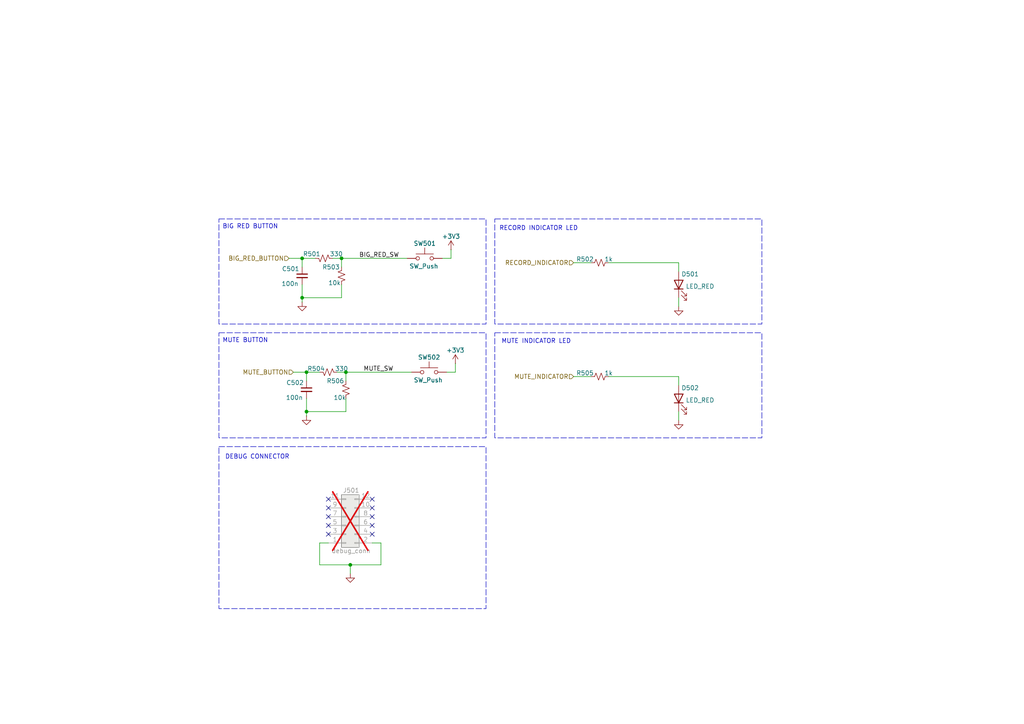
<source format=kicad_sch>
(kicad_sch (version 20231120) (generator "eeschema") (generator_version "8.0")
  (paper "A4")
  (lib_symbols
    (symbol "Connector_Generic:Conn_02x06_Odd_Even" (pin_names (offset 1.016) hide)
      (property "Reference" "J" (at 1.27 7.62 0))
      (property "Value" "Conn_02x06_Odd_Even" (at 1.27 -10.16 0))
      (symbol "Conn_02x06_Odd_Even_1_1"
        (rectangle (start -1.27 -7.493) (end 0 -7.747) (stroke (width 0.1524)))
        (rectangle (start -1.27 -4.953) (end 0 -5.207) (stroke (width 0.1524)))
        (rectangle (start -1.27 -2.413) (end 0 -2.667) (stroke (width 0.1524)))
        (rectangle (start -1.27 0.127) (end 0 -0.127) (stroke (width 0.1524)))
        (rectangle (start -1.27 2.667) (end 0 2.413) (stroke (width 0.1524)))
        (rectangle (start -1.27 5.207) (end 0 4.953) (stroke (width 0.1524)))
        (rectangle (start -1.27 6.35) (end 3.81 -8.89) (stroke (width 0.254)) (fill (type background)))
        (rectangle (start 3.81 -7.493) (end 2.54 -7.747) (stroke (width 0.1524)))
        (rectangle (start 3.81 -4.953) (end 2.54 -5.207) (stroke (width 0.1524)))
        (rectangle (start 3.81 -2.413) (end 2.54 -2.667) (stroke (width 0.1524)))
        (rectangle (start 3.81 0.127) (end 2.54 -0.127) (stroke (width 0.1524)))
        (rectangle (start 3.81 2.667) (end 2.54 2.413) (stroke (width 0.1524)))
        (rectangle (start 3.81 5.207) (end 2.54 4.953) (stroke (width 0.1524)))
        (pin passive line (at -5.08 5.08 0) (length 3.81) (name "Pin_1") (number "1"))
        (pin passive line (at 7.62 -5.08 180) (length 3.81) (name "Pin_10") (number "10"))
        (pin passive line (at -5.08 -7.62 0) (length 3.81) (name "Pin_11") (number "11"))
        (pin passive line (at 7.62 -7.62 180) (length 3.81) (name "Pin_12") (number "12"))
        (pin passive line (at 7.62 5.08 180) (length 3.81) (name "Pin_2") (number "2"))
        (pin passive line (at -5.08 2.54 0) (length 3.81) (name "Pin_3") (number "3"))
        (pin passive line (at 7.62 2.54 180) (length 3.81) (name "Pin_4") (number "4"))
        (pin passive line (at -5.08 0 0) (length 3.81) (name "Pin_5") (number "5"))
        (pin passive line (at 7.62 0 180) (length 3.81) (name "Pin_6") (number "6"))
        (pin passive line (at -5.08 -2.54 0) (length 3.81) (name "Pin_7") (number "7"))
        (pin passive line (at 7.62 -2.54 180) (length 3.81) (name "Pin_8") (number "8"))
        (pin passive line (at -5.08 -5.08 0) (length 3.81) (name "Pin_9") (number "9"))
      )
    )
    (symbol "Device:C_Small" (pin_numbers hide) (pin_names (offset 0.254) hide)
      (property "Reference" "C" (at 0.254 1.778 0))
      (property "Value" "C_Small" (at 0.254 -2.032 0))
      (symbol "C_Small_0_1"
        (polyline (pts (xy -1.524 -0.508) (xy 1.524 -0.508)) (stroke (width 0.3302)))
        (polyline (pts (xy -1.524 0.508) (xy 1.524 0.508)) (stroke (width 0.3048)))
      )
      (symbol "C_Small_1_1"
        (pin passive line (at 0 2.54 270) (length 2.032) (name "~") (number "1"))
        (pin passive line (at 0 -2.54 90) (length 2.032) (name "~") (number "2"))
      )
    )
    (symbol "Device:LED" (pin_numbers hide) (pin_names (offset 1.016) hide)
      (property "Reference" "D" (at 0 2.54 0))
      (property "Value" "LED" (at 0 -2.54 0))
      (symbol "LED_0_1"
        (polyline (pts (xy -1.27 -1.27) (xy -1.27 1.27)) (stroke (width 0.254)))
        (polyline (pts (xy -1.27 0) (xy 1.27 0)))
        (polyline (pts (xy 1.27 -1.27) (xy 1.27 1.27) (xy -1.27 0) (xy 1.27 -1.27)) (stroke (width 0.254)))
        (polyline (pts (xy -3.048 -0.762) (xy -4.572 -2.286) (xy -3.81 -2.286) (xy -4.572 -2.286) (xy -4.572 -1.524)))
        (polyline (pts (xy -1.778 -0.762) (xy -3.302 -2.286) (xy -2.54 -2.286) (xy -3.302 -2.286) (xy -3.302 -1.524)))
      )
      (symbol "LED_1_1"
        (pin passive line (at -3.81 0 0) (length 2.54) (name "K") (number "1"))
        (pin passive line (at 3.81 0 180) (length 2.54) (name "A") (number "2"))
      )
    )
    (symbol "Device:R_Small_US" (pin_numbers hide) (pin_names (offset 0.254) hide)
      (property "Reference" "R" (at 0.762 0.508 0))
      (property "Value" "R_Small_US" (at 0.762 -1.016 0))
      (symbol "R_Small_US_1_1"
        (polyline (pts (xy 0 0) (xy 1.016 -0.381) (xy 0 -0.762) (xy -1.016 -1.143) (xy 0 -1.524)))
        (polyline (pts (xy 0 1.524) (xy 1.016 1.143) (xy 0 0.762) (xy -1.016 0.381) (xy 0 0)))
        (pin passive line (at 0 2.54 270) (length 1.016) (name "~") (number "1"))
        (pin passive line (at 0 -2.54 90) (length 1.016) (name "~") (number "2"))
      )
    )
    (symbol "Switch:SW_Push" (pin_numbers hide) (pin_names (offset 1.016) hide)
      (property "Reference" "SW" (at 1.27 2.54 0))
      (property "Value" "SW_Push" (at 0 -1.524 0))
      (symbol "SW_Push_0_1"
        (circle (center -2.032 0) (radius 0.508))
        (polyline (pts (xy 0 1.27) (xy 0 3.048)))
        (polyline (pts (xy 2.54 1.27) (xy -2.54 1.27)))
        (circle (center 2.032 0) (radius 0.508))
        (pin passive line (at -5.08 0 0) (length 2.54) (name "1") (number "1"))
        (pin passive line (at 5.08 0 180) (length 2.54) (name "2") (number "2"))
      )
    )
    (symbol "power:+3V3" (power) (pin_numbers hide) (pin_names (offset 0) hide)
      (property "Value" "+3V3" (at 0 3.556 0))
      (symbol "+3V3_0_1"
        (polyline (pts (xy -0.762 1.27) (xy 0 2.54)))
        (polyline (pts (xy 0 0) (xy 0 2.54)))
        (polyline (pts (xy 0 2.54) (xy 0.762 1.27)))
      )
      (symbol "+3V3_1_1"
        (pin power_in line (at 0 0 90) (length 0) (name "~") (number "1"))
      )
    )
    (symbol "power:GND" (power) (pin_numbers hide) (pin_names (offset 0) hide)
      (property "Value" "GND" (at 0 -3.81 0))
      (symbol "GND_0_1"
        (polyline (pts (xy 0 0) (xy 0 -1.27) (xy 1.27 -1.27) (xy 0 -2.54) (xy -1.27 -1.27) (xy 0 -1.27)))
      )
      (symbol "GND_1_1"
        (pin power_in line (at 0 0 270) (length 0) (name "~") (number "1"))
      )
    )
  )
  (junction (at 87.63 74.93))
  (junction (at 100.33 107.95))
  (junction (at 87.63 86.36))
  (junction (at 88.9 107.95))
  (junction (at 88.9 119.38))
  (junction (at 99.06 74.93))
  (junction (at 101.6 163.83))
  (no_connect (at 107.95 154.94))
  (no_connect (at 107.95 147.32))
  (no_connect (at 95.25 149.86))
  (no_connect (at 107.95 152.4))
  (no_connect (at 95.25 152.4))
  (no_connect (at 107.95 144.78))
  (no_connect (at 95.25 144.78))
  (no_connect (at 107.95 149.86))
  (no_connect (at 95.25 154.94))
  (no_connect (at 95.25 147.32))
  (wire (pts (xy 196.85 109.22) (xy 196.85 111.76)))
  (wire (pts (xy 88.9 107.95) (xy 88.9 110.49)))
  (wire (pts (xy 88.9 115.57) (xy 88.9 119.38)))
  (wire (pts (xy 87.63 86.36) (xy 99.06 86.36)))
  (wire (pts (xy 92.71 163.83) (xy 101.6 163.83)))
  (wire (pts (xy 130.81 72.39) (xy 130.81 74.93)))
  (wire (pts (xy 87.63 74.93) (xy 83.82 74.93)))
  (wire (pts (xy 91.44 74.93) (xy 87.63 74.93)))
  (wire (pts (xy 92.71 107.95) (xy 88.9 107.95)))
  (wire (pts (xy 196.85 86.36) (xy 196.85 88.9)))
  (wire (pts (xy 99.06 74.93) (xy 96.52 74.93)))
  (wire (pts (xy 101.6 163.83) (xy 101.6 166.37)))
  (wire (pts (xy 100.33 115.57) (xy 100.33 119.38)))
  (wire (pts (xy 92.71 157.48) (xy 92.71 163.83)))
  (wire (pts (xy 100.33 107.95) (xy 97.79 107.95)))
  (wire (pts (xy 196.85 76.2) (xy 196.85 78.74)))
  (wire (pts (xy 87.63 74.93) (xy 87.63 77.47)))
  (wire (pts (xy 99.06 82.55) (xy 99.06 86.36)))
  (wire (pts (xy 100.33 107.95) (xy 100.33 110.49)))
  (wire (pts (xy 87.63 86.36) (xy 87.63 87.63)))
  (wire (pts (xy 88.9 107.95) (xy 85.09 107.95)))
  (wire (pts (xy 99.06 74.93) (xy 118.11 74.93)))
  (wire (pts (xy 88.9 119.38) (xy 88.9 120.65)))
  (wire (pts (xy 88.9 119.38) (xy 100.33 119.38)))
  (wire (pts (xy 132.08 105.41) (xy 132.08 107.95)))
  (wire (pts (xy 166.37 76.2) (xy 171.45 76.2)))
  (wire (pts (xy 130.81 74.93) (xy 128.27 74.93)))
  (wire (pts (xy 196.85 119.38) (xy 196.85 121.92)))
  (wire (pts (xy 100.33 107.95) (xy 119.38 107.95)))
  (wire (pts (xy 176.53 76.2) (xy 196.85 76.2)))
  (wire (pts (xy 110.49 157.48) (xy 107.95 157.48)))
  (wire (pts (xy 110.49 163.83) (xy 101.6 163.83)))
  (wire (pts (xy 92.71 157.48) (xy 95.25 157.48)))
  (wire (pts (xy 87.63 82.55) (xy 87.63 86.36)))
  (wire (pts (xy 99.06 74.93) (xy 99.06 77.47)))
  (wire (pts (xy 166.37 109.22) (xy 171.45 109.22)))
  (wire (pts (xy 176.53 109.22) (xy 196.85 109.22)))
  (wire (pts (xy 132.08 107.95) (xy 129.54 107.95)))
  (wire (pts (xy 110.49 157.48) (xy 110.49 163.83)))
  (rectangle (start 63.5 129.54) (end 140.97 176.53) (stroke (width 0) (type dash)))
  (rectangle (start 143.51 96.52) (end 220.98 127) (stroke (width 0) (type dash)))
  (rectangle (start 63.5 96.52) (end 140.97 127) (stroke (width 0) (type dash)))
  (rectangle (start 143.51 63.5) (end 220.98 93.98) (stroke (width 0) (type dash)))
  (rectangle (start 63.5 63.5) (end 140.97 93.98) (stroke (width 0) (type dash)))
  (text "DEBUG CONNECTOR" (at 65.278 132.588 0) (effects (font (size 1.27 1.27)) (justify left)))
  (text "MUTE INDICATOR LED" (at 145.415 99.06 0) (effects (font (size 1.27 1.27)) (justify left)))
  (text "BIG RED BUTTON" (at 64.516 65.786 0) (effects (font (size 1.27 1.27)) (justify left)))
  (text "MUTE BUTTON" (at 64.516 98.806 0) (effects (font (size 1.27 1.27)) (justify left)))
  (text "RECORD INDICATOR LED" (at 144.78 66.294 0) (effects (font (size 1.27 1.27)) (justify left)))
  (label "BIG_RED_SW" (at 104.14 74.93 0) (property "Netclass" "digital_IO" (effects (hide yes))))
  (label "MUTE_SW" (at 105.41 107.95 0) (property "Netclass" "digital_IO" (effects (hide yes))))
  (hierarchical_label "RECORD_INDICATOR" (shape input) (at 166.37 76.2 180) (property "Netclass" "digital_IO" (effects (hide yes))))
  (hierarchical_label "MUTE_INDICATOR" (shape input) (at 166.37 109.22 180) (property "Netclass" "digital_IO" (effects (hide yes))))
  (hierarchical_label "MUTE_BUTTON" (shape input) (at 85.09 107.95 180) (property "Netclass" "digital_IO" (effects (hide yes))))
  (hierarchical_label "BIG_RED_BUTTON" (shape input) (at 83.82 74.93 180) (property "Netclass" "digital_IO" (effects (hide yes))))
  (symbol (lib_id "power:GND") (at 196.85 88.9 0) (unit 1)
    (property "Reference" "#PWR0503" (effects (hide yes)))
    (property "Value" "GND" (effects (hide yes)))
    (property "Description" "Power symbol creates a global label with name \"GND\" , ground" (effects (hide yes)))
  )
  (symbol (lib_id "Device:R_Small_US") (at 173.99 76.2 90) (unit 1)
    (property "Reference" "R502" (at 169.672 75.184 90))
    (property "Value" "1k" (at 176.53 75.184 90))
    (property "Footprint" "Resistor_SMD:R_0402_1005Metric" (effects (hide yes)))
    (property "Datasheet" "https://wmsc.lcsc.com/wmsc/upload/file/pdf/v2/lcsc/2206010216_UNI-ROYAL-Uniroyal-Elec-0402WGF1001TCE_C11702.pdf" (effects (hide yes)))
    (property "Description" "Resistor, small US symbol" (effects (hide yes)))
    (property "LCSC" "C11702" (effects (hide yes)))
  )
  (symbol (lib_id "power:+3V3") (at 130.81 72.39 0) (mirror y) (unit 1)
    (property "Reference" "#PWR0501" (effects (hide yes)))
    (property "Value" "+3V3" (at 130.81 68.58 0))
    (property "Description" "Power symbol creates a global label with name \"+3V3\"" (effects (hide yes)))
  )
  (symbol (lib_id "power:GND") (at 101.6 166.37 0) (mirror y) (unit 1)
    (property "Reference" "#PWR0507" (effects (hide yes)))
    (property "Value" "GND" (effects (hide yes)))
    (property "Description" "Power symbol creates a global label with name \"GND\" , ground" (effects (hide yes)))
  )
  (symbol (lib_id "Connector_Generic:Conn_02x06_Odd_Even") (at 100.33 152.4 0) (mirror x) (unit 1) (in_bom no) (dnp yes)
    (property "Reference" "J501" (at 101.854 142.24 0))
    (property "Value" "debug_conn" (at 101.854 159.766 0))
    (property "Footprint" "Connector_PinHeader_2.54mm:PinHeader_2x06_P2.54mm_Vertical_SMD" (effects (hide yes)))
    (property "Description" "Generic connector, double row, 02x06, odd/even pin numbering scheme (row 1 odd numbers, row 2 even numbers), script generated (kicad-library-utils/schlib/autogen/connector/)" (effects (hide yes)))
  )
  (symbol (lib_id "Device:LED") (at 196.85 82.55 90) (unit 1)
    (property "Reference" "D501" (at 197.612 79.502 90) (effects (justify right)))
    (property "Value" "LED_RED" (at 198.882 83.058 90) (effects (justify right)))
    (property "Footprint" "LED_SMD:LED_0603_1608Metric" (effects (hide yes)))
    (property "Datasheet" "https://www.lcsc.com/datasheet/lcsc_datasheet_2211030000_XINGLIGHT-XL-1608SYGC-06_C965805.pdf" (effects (hide yes)))
    (property "Description" "Light emitting diode" (effects (hide yes)))
    (property "LCSC" "C965799" (effects (hide yes)))
  )
  (symbol (lib_id "power:GND") (at 87.63 87.63 0) (mirror y) (unit 1)
    (property "Reference" "#PWR0502" (effects (hide yes)))
    (property "Value" "GND" (effects (hide yes)))
    (property "Description" "Power symbol creates a global label with name \"GND\" , ground" (effects (hide yes)))
  )
  (symbol (lib_id "Device:R_Small_US") (at 100.33 113.03 0) (mirror x) (unit 1)
    (property "Reference" "R506" (at 97.282 110.49 0))
    (property "Value" "10k" (at 98.552 115.316 0))
    (property "Footprint" "Resistor_SMD:R_0402_1005Metric" (effects (hide yes)))
    (property "Datasheet" "https://wmsc.lcsc.com/wmsc/upload/file/pdf/v2/lcsc/2206010100_UNI-ROYAL-Uniroyal-Elec-0402WGF1002TCE_C25744.pdf" (effects (hide yes)))
    (property "Description" "Resistor, small US symbol" (effects (hide yes)))
    (property "LCSC" "C25744" (effects (hide yes)))
  )
  (symbol (lib_id "power:+3V3") (at 132.08 105.41 0) (mirror y) (unit 1)
    (property "Reference" "#PWR0504" (effects (hide yes)))
    (property "Value" "+3V3" (at 132.08 101.6 0))
    (property "Description" "Power symbol creates a global label with name \"+3V3\"" (effects (hide yes)))
  )
  (symbol (lib_id "Device:C_Small") (at 88.9 113.03 0) (mirror y) (unit 1)
    (property "Reference" "C502" (at 88.138 110.998 0) (effects (justify left)))
    (property "Value" "100n" (at 87.884 115.316 0) (effects (justify left)))
    (property "Footprint" "Capacitor_SMD:C_0402_1005Metric" (effects (hide yes)))
    (property "Datasheet" "https://wmsc.lcsc.com/wmsc/upload/file/pdf/v2/lcsc/2304140030_Samsung-Electro-Mechanics-CL05B104KB54PNC_C307331.pdf" (effects (hide yes)))
    (property "Description" "Unpolarized capacitor, small symbol" (effects (hide yes)))
    (property "LCSC" "C307331" (effects (hide yes)))
  )
  (symbol (lib_id "Device:R_Small_US") (at 93.98 74.93 270) (mirror x) (unit 1)
    (property "Reference" "R501" (at 90.424 73.66 90))
    (property "Value" "330" (at 97.536 73.66 90))
    (property "Footprint" "Resistor_SMD:R_0402_1005Metric" (effects (hide yes)))
    (property "Datasheet" "https://wmsc.lcsc.com/wmsc/upload/file/pdf/v2/lcsc/2205311900_UNI-ROYAL-Uniroyal-Elec-0402WGF3300TCE_C25104.pdf" (effects (hide yes)))
    (property "Description" "Resistor, small US symbol" (effects (hide yes)))
    (property "LCSC" "C25104" (effects (hide yes)))
  )
  (symbol (lib_id "Device:LED") (at 196.85 115.57 90) (unit 1)
    (property "Reference" "D502" (at 197.612 112.522 90) (effects (justify right)))
    (property "Value" "LED_RED" (at 198.882 116.078 90) (effects (justify right)))
    (property "Footprint" "LED_SMD:LED_0603_1608Metric" (effects (hide yes)))
    (property "Datasheet" "https://www.lcsc.com/datasheet/lcsc_datasheet_2211030000_XINGLIGHT-XL-1608SYGC-06_C965805.pdf" (effects (hide yes)))
    (property "Description" "Light emitting diode" (effects (hide yes)))
    (property "LCSC" "C965799" (effects (hide yes)))
  )
  (symbol (lib_id "Device:R_Small_US") (at 99.06 80.01 0) (mirror x) (unit 1)
    (property "Reference" "R503" (at 96.012 77.47 0))
    (property "Value" "10k" (at 97.028 82.042 0))
    (property "Footprint" "Resistor_SMD:R_0402_1005Metric" (effects (hide yes)))
    (property "Datasheet" "https://wmsc.lcsc.com/wmsc/upload/file/pdf/v2/lcsc/2206010100_UNI-ROYAL-Uniroyal-Elec-0402WGF1002TCE_C25744.pdf" (effects (hide yes)))
    (property "Description" "Resistor, small US symbol" (effects (hide yes)))
    (property "LCSC" "C25744" (effects (hide yes)))
  )
  (symbol (lib_id "Device:R_Small_US") (at 95.25 107.95 270) (mirror x) (unit 1)
    (property "Reference" "R504" (at 91.694 106.934 90))
    (property "Value" "330" (at 99.06 106.934 90))
    (property "Footprint" "Resistor_SMD:R_0402_1005Metric" (effects (hide yes)))
    (property "Datasheet" "https://wmsc.lcsc.com/wmsc/upload/file/pdf/v2/lcsc/2205311900_UNI-ROYAL-Uniroyal-Elec-0402WGF3300TCE_C25104.pdf" (effects (hide yes)))
    (property "Description" "Resistor, small US symbol" (effects (hide yes)))
    (property "LCSC" "C25104" (effects (hide yes)))
  )
  (symbol (lib_id "Switch:SW_Push") (at 124.46 107.95 0) (mirror y) (unit 1)
    (property "Reference" "SW502" (at 124.46 103.632 0))
    (property "Value" "SW_Push" (at 124.206 110.236 0))
    (property "Footprint" "Button_Switch_SMD:SW_SPST_PTS645" (effects (hide yes)))
    (property "Datasheet" "https://www.lcsc.com/datasheet/lcsc_datasheet_2304140030_C-K-PTS645SK50SMTR92LFS_C221872.pdf" (effects (hide yes)))
    (property "Description" "Push button switch, generic, two pins" (effects (hide yes)))
    (property "LCSC" "C221872" (effects (hide yes)))
  )
  (symbol (lib_id "power:GND") (at 88.9 120.65 0) (mirror y) (unit 1)
    (property "Reference" "#PWR0505" (effects (hide yes)))
    (property "Value" "GND" (effects (hide yes)))
    (property "Description" "Power symbol creates a global label with name \"GND\" , ground" (effects (hide yes)))
  )
  (symbol (lib_id "power:GND") (at 196.85 121.92 0) (unit 1)
    (property "Reference" "#PWR0506" (effects (hide yes)))
    (property "Value" "GND" (effects (hide yes)))
    (property "Description" "Power symbol creates a global label with name \"GND\" , ground" (effects (hide yes)))
  )
  (symbol (lib_id "Switch:SW_Push") (at 123.19 74.93 0) (mirror y) (unit 1)
    (property "Reference" "SW501" (at 123.19 70.612 0))
    (property "Value" "SW_Push" (at 122.936 77.216 0))
    (property "Footprint" "Button_Switch_SMD:SW_SPST_PTS645" (effects (hide yes)))
    (property "Datasheet" "https://www.lcsc.com/datasheet/lcsc_datasheet_2304140030_C-K-PTS645SK50SMTR92LFS_C221872.pdf" (effects (hide yes)))
    (property "Description" "Push button switch, generic, two pins" (effects (hide yes)))
    (property "LCSC" "C221872" (effects (hide yes)))
  )
  (symbol (lib_id "Device:R_Small_US") (at 173.99 109.22 90) (unit 1)
    (property "Reference" "R505" (at 169.672 108.204 90))
    (property "Value" "1k" (at 176.53 108.204 90))
    (property "Footprint" "Resistor_SMD:R_0402_1005Metric" (effects (hide yes)))
    (property "Datasheet" "https://wmsc.lcsc.com/wmsc/upload/file/pdf/v2/lcsc/2206010216_UNI-ROYAL-Uniroyal-Elec-0402WGF1001TCE_C11702.pdf" (effects (hide yes)))
    (property "Description" "Resistor, small US symbol" (effects (hide yes)))
    (property "LCSC" "C11702" (effects (hide yes)))
  )
  (symbol (lib_id "Device:C_Small") (at 87.63 80.01 0) (mirror y) (unit 1)
    (property "Reference" "C501" (at 86.868 77.978 0) (effects (justify left)))
    (property "Value" "100n" (at 86.614 82.296 0) (effects (justify left)))
    (property "Footprint" "Capacitor_SMD:C_0402_1005Metric" (effects (hide yes)))
    (property "Datasheet" "https://wmsc.lcsc.com/wmsc/upload/file/pdf/v2/lcsc/2304140030_Samsung-Electro-Mechanics-CL05B104KB54PNC_C307331.pdf" (effects (hide yes)))
    (property "Description" "Unpolarized capacitor, small symbol" (effects (hide yes)))
    (property "LCSC" "C307331" (effects (hide yes)))
  )
)
</source>
